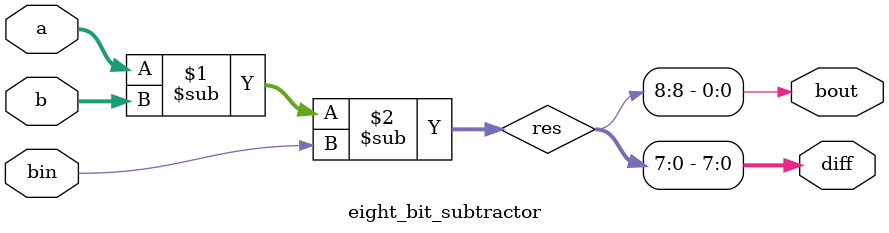
<source format=v>
module eight_bit_subtractor(input [7:0] a, b, input bin, output [7:0] diff, output bout);
	wire [8:0] res;

	assign res = a - b - bin;

	assign diff = res[7:0];

	assign bout = res[8];

endmodule

</source>
